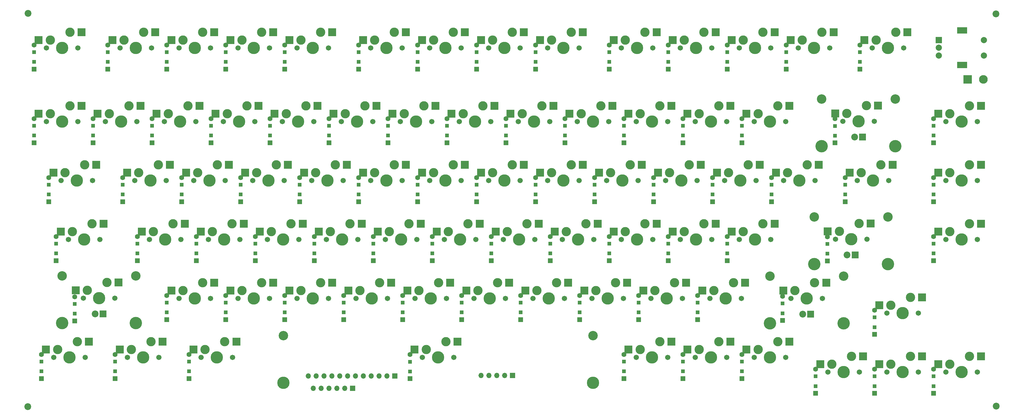
<source format=gbr>
G04 #@! TF.GenerationSoftware,KiCad,Pcbnew,7.0.1*
G04 #@! TF.CreationDate,2023-04-17T11:26:59-07:00*
G04 #@! TF.ProjectId,_autosave-keyboard,5f617574-6f73-4617-9665-2d6b6579626f,rev?*
G04 #@! TF.SameCoordinates,Original*
G04 #@! TF.FileFunction,Soldermask,Bot*
G04 #@! TF.FilePolarity,Negative*
%FSLAX46Y46*%
G04 Gerber Fmt 4.6, Leading zero omitted, Abs format (unit mm)*
G04 Created by KiCad (PCBNEW 7.0.1) date 2023-04-17 11:26:59*
%MOMM*%
%LPD*%
G01*
G04 APERTURE LIST*
%ADD10C,1.701800*%
%ADD11C,3.000000*%
%ADD12C,3.987800*%
%ADD13R,1.200000X1.200000*%
%ADD14R,1.600000X1.600000*%
%ADD15R,2.550000X2.500000*%
%ADD16C,1.600000*%
%ADD17C,2.200000*%
%ADD18R,1.700000X1.700000*%
%ADD19O,1.700000X1.700000*%
%ADD20C,3.050000*%
%ADD21C,4.000000*%
%ADD22R,2.200000X2.200000*%
%ADD23C,3.048000*%
%ADD24R,2.000000X2.000000*%
%ADD25C,2.000000*%
%ADD26R,3.200000X2.000000*%
%ADD27R,2.800000X2.800000*%
%ADD28O,2.800000X2.800000*%
G04 APERTURE END LIST*
D10*
X211430000Y-239030000D03*
D11*
X212700000Y-236490000D03*
D12*
X216510000Y-239030000D03*
D11*
X219050000Y-233950000D03*
D10*
X221590000Y-239030000D03*
D13*
X207490000Y-243570000D03*
D14*
X207490000Y-245895000D03*
D15*
X222800000Y-233950000D03*
D16*
X207490000Y-238095000D03*
D13*
X207490000Y-240420000D03*
D15*
X208950000Y-236490000D03*
D10*
X192380000Y-158067500D03*
D11*
X193650000Y-155527500D03*
D12*
X197460000Y-158067500D03*
D11*
X200000000Y-152987500D03*
D10*
X202540000Y-158067500D03*
D13*
X188440000Y-162607500D03*
D14*
X188440000Y-164932500D03*
D15*
X203750000Y-152987500D03*
D16*
X188440000Y-157132500D03*
D13*
X188440000Y-159457500D03*
D15*
X189900000Y-155527500D03*
D10*
X230480000Y-239030000D03*
D11*
X231750000Y-236490000D03*
D12*
X235560000Y-239030000D03*
D11*
X238100000Y-233950000D03*
D10*
X240640000Y-239030000D03*
D13*
X226540000Y-243570000D03*
D14*
X226540000Y-245895000D03*
D15*
X241850000Y-233950000D03*
D16*
X226540000Y-238095000D03*
D13*
X226540000Y-240420000D03*
D15*
X228000000Y-236490000D03*
D10*
X340017500Y-258080000D03*
D11*
X341287500Y-255540000D03*
D12*
X345097500Y-258080000D03*
D11*
X347637500Y-253000000D03*
D10*
X350177500Y-258080000D03*
D13*
X336077500Y-262620000D03*
D14*
X336077500Y-264945000D03*
D15*
X351387500Y-253000000D03*
D16*
X336077500Y-257145000D03*
D13*
X336077500Y-259470000D03*
D15*
X337537500Y-255540000D03*
D10*
X354305000Y-158067500D03*
D11*
X355575000Y-155527500D03*
D12*
X359385000Y-158067500D03*
D11*
X361925000Y-152987500D03*
D10*
X364465000Y-158067500D03*
D13*
X350365000Y-162607500D03*
D14*
X350365000Y-164932500D03*
D15*
X365675000Y-152987500D03*
D16*
X350365000Y-157132500D03*
D13*
X350365000Y-159457500D03*
D15*
X351825000Y-155527500D03*
D10*
X311442500Y-200930000D03*
D11*
X312712500Y-198390000D03*
D12*
X316522500Y-200930000D03*
D11*
X319062500Y-195850000D03*
D10*
X321602500Y-200930000D03*
D13*
X307502500Y-205470000D03*
D14*
X307502500Y-207795000D03*
D15*
X322812500Y-195850000D03*
D16*
X307502500Y-199995000D03*
D13*
X307502500Y-202320000D03*
D15*
X308962500Y-198390000D03*
D10*
X440030000Y-219980000D03*
D11*
X441300000Y-217440000D03*
D12*
X445110000Y-219980000D03*
D11*
X447650000Y-214900000D03*
D10*
X450190000Y-219980000D03*
D13*
X436090000Y-224520000D03*
D14*
X436090000Y-226845000D03*
D15*
X451400000Y-214900000D03*
D16*
X436090000Y-219045000D03*
D13*
X436090000Y-221370000D03*
D15*
X437550000Y-217440000D03*
D17*
X456310000Y-273870000D03*
D10*
X378117500Y-181880000D03*
D11*
X379387500Y-179340000D03*
D12*
X383197500Y-181880000D03*
D11*
X385737500Y-176800000D03*
D10*
X388277500Y-181880000D03*
D13*
X374177500Y-186420000D03*
D14*
X374177500Y-188745000D03*
D15*
X389487500Y-176800000D03*
D16*
X374177500Y-180945000D03*
D13*
X374177500Y-183270000D03*
D15*
X375637500Y-179340000D03*
D10*
X344780000Y-239030000D03*
D11*
X346050000Y-236490000D03*
D12*
X349860000Y-239030000D03*
D11*
X352400000Y-233950000D03*
D10*
X354940000Y-239030000D03*
D13*
X340840000Y-243570000D03*
D14*
X340840000Y-245895000D03*
D15*
X356150000Y-233950000D03*
D16*
X340840000Y-238095000D03*
D13*
X340840000Y-240420000D03*
D15*
X342300000Y-236490000D03*
D18*
X262080000Y-264100000D03*
D19*
X259540000Y-264100000D03*
X257000000Y-264100000D03*
X254460000Y-264100000D03*
X251920000Y-264100000D03*
X249380000Y-264100000D03*
X246840000Y-264100000D03*
X244300000Y-264100000D03*
X241760000Y-264100000D03*
X239220000Y-264100000D03*
X236680000Y-264100000D03*
X234140000Y-264100000D03*
D10*
X363830000Y-239030000D03*
D11*
X365100000Y-236490000D03*
D12*
X368910000Y-239030000D03*
D11*
X371450000Y-233950000D03*
D10*
X373990000Y-239030000D03*
D13*
X359890000Y-243570000D03*
D14*
X359890000Y-245895000D03*
D15*
X375200000Y-233950000D03*
D16*
X359890000Y-238095000D03*
D13*
X359890000Y-240420000D03*
D15*
X361350000Y-236490000D03*
D10*
X178092500Y-200930000D03*
D11*
X179362500Y-198390000D03*
D12*
X183172500Y-200930000D03*
D11*
X185712500Y-195850000D03*
D10*
X188252500Y-200930000D03*
D13*
X174152500Y-205470000D03*
D14*
X174152500Y-207795000D03*
D15*
X189462500Y-195850000D03*
D16*
X174152500Y-199995000D03*
D13*
X174152500Y-202320000D03*
D15*
X175612500Y-198390000D03*
D10*
X411455000Y-200930000D03*
D11*
X412725000Y-198390000D03*
D12*
X416535000Y-200930000D03*
D11*
X419075000Y-195850000D03*
D10*
X421615000Y-200930000D03*
D13*
X407515000Y-205470000D03*
D14*
X407515000Y-207795000D03*
D15*
X422825000Y-195850000D03*
D16*
X407515000Y-199995000D03*
D13*
X407515000Y-202320000D03*
D15*
X408975000Y-198390000D03*
D10*
X156661250Y-219980000D03*
D11*
X157931250Y-217440000D03*
D12*
X161741250Y-219980000D03*
D11*
X164281250Y-214900000D03*
D10*
X166821250Y-219980000D03*
D13*
X152721250Y-224520000D03*
D14*
X152721250Y-226845000D03*
D15*
X168031250Y-214900000D03*
D16*
X152721250Y-219045000D03*
D13*
X152721250Y-221370000D03*
D15*
X154181250Y-217440000D03*
D10*
X325730000Y-239030000D03*
D11*
X327000000Y-236490000D03*
D12*
X330810000Y-239030000D03*
D11*
X333350000Y-233950000D03*
D10*
X335890000Y-239030000D03*
D13*
X321790000Y-243570000D03*
D14*
X321790000Y-245895000D03*
D15*
X337100000Y-233950000D03*
D16*
X321790000Y-238095000D03*
D13*
X321790000Y-240420000D03*
D15*
X323250000Y-236490000D03*
D10*
X335255000Y-219980000D03*
D11*
X336525000Y-217440000D03*
D12*
X340335000Y-219980000D03*
D11*
X342875000Y-214900000D03*
D10*
X345415000Y-219980000D03*
D13*
X331315000Y-224520000D03*
D14*
X331315000Y-226845000D03*
D15*
X346625000Y-214900000D03*
D16*
X331315000Y-219045000D03*
D13*
X331315000Y-221370000D03*
D15*
X332775000Y-217440000D03*
D10*
X268580000Y-239030000D03*
D11*
X269850000Y-236490000D03*
D12*
X273660000Y-239030000D03*
D11*
X276200000Y-233950000D03*
D10*
X278740000Y-239030000D03*
D13*
X264640000Y-243570000D03*
D14*
X264640000Y-245895000D03*
D15*
X279950000Y-233950000D03*
D16*
X264640000Y-238095000D03*
D13*
X264640000Y-240420000D03*
D15*
X266100000Y-236490000D03*
D10*
X249530000Y-239030000D03*
D11*
X250800000Y-236490000D03*
D12*
X254610000Y-239030000D03*
D11*
X257150000Y-233950000D03*
D10*
X259690000Y-239030000D03*
D13*
X245590000Y-243570000D03*
D14*
X245590000Y-245895000D03*
D15*
X260900000Y-233950000D03*
D16*
X245590000Y-238095000D03*
D13*
X245590000Y-240420000D03*
D15*
X247050000Y-236490000D03*
D10*
X335255000Y-158067500D03*
D11*
X336525000Y-155527500D03*
D12*
X340335000Y-158067500D03*
D11*
X342875000Y-152987500D03*
D10*
X345415000Y-158067500D03*
D13*
X331315000Y-162607500D03*
D14*
X331315000Y-164932500D03*
D15*
X346625000Y-152987500D03*
D16*
X331315000Y-157132500D03*
D13*
X331315000Y-159457500D03*
D15*
X332775000Y-155527500D03*
D20*
X383197500Y-231840000D03*
D21*
X383197500Y-247080000D03*
D10*
X390030300Y-239028200D03*
D11*
X391300300Y-236488200D03*
D12*
X395110300Y-239028200D03*
D11*
X397650300Y-233948200D03*
D10*
X400190300Y-239028200D03*
D20*
X406997500Y-231840000D03*
D21*
X406997500Y-247080000D03*
D15*
X401400300Y-233948200D03*
X387550300Y-236488200D03*
D17*
X393814900Y-244133600D03*
D22*
X396380300Y-244133600D03*
D10*
X401930000Y-262842500D03*
D11*
X403200000Y-260302500D03*
D12*
X407010000Y-262842500D03*
D11*
X409550000Y-257762500D03*
D10*
X412090000Y-262842500D03*
D13*
X397990000Y-267382500D03*
D14*
X397990000Y-269707500D03*
D15*
X413300000Y-257762500D03*
D16*
X397990000Y-261907500D03*
D13*
X397990000Y-264232500D03*
D15*
X399450000Y-260302500D03*
D10*
X187617500Y-181880000D03*
D11*
X188887500Y-179340000D03*
D12*
X192697500Y-181880000D03*
D11*
X195237500Y-176800000D03*
D10*
X197777500Y-181880000D03*
D13*
X183677500Y-186420000D03*
D14*
X183677500Y-188745000D03*
D15*
X198987500Y-176800000D03*
D16*
X183677500Y-180945000D03*
D13*
X183677500Y-183270000D03*
D15*
X185137500Y-179340000D03*
D10*
X320967500Y-181880000D03*
D11*
X322237500Y-179340000D03*
D12*
X326047500Y-181880000D03*
D11*
X328587500Y-176800000D03*
D10*
X331127500Y-181880000D03*
D13*
X317027500Y-186420000D03*
D14*
X317027500Y-188745000D03*
D15*
X332337500Y-176800000D03*
D16*
X317027500Y-180945000D03*
D13*
X317027500Y-183270000D03*
D15*
X318487500Y-179340000D03*
D10*
X287630000Y-239030000D03*
D11*
X288900000Y-236490000D03*
D12*
X292710000Y-239030000D03*
D11*
X295250000Y-233950000D03*
D10*
X297790000Y-239030000D03*
D13*
X283690000Y-243570000D03*
D14*
X283690000Y-245895000D03*
D15*
X299000000Y-233950000D03*
D16*
X283690000Y-238095000D03*
D13*
X283690000Y-240420000D03*
D15*
X285150000Y-236490000D03*
D10*
X330492500Y-200930000D03*
D11*
X331762500Y-198390000D03*
D12*
X335572500Y-200930000D03*
D11*
X338112500Y-195850000D03*
D10*
X340652500Y-200930000D03*
D13*
X326552500Y-205470000D03*
D14*
X326552500Y-207795000D03*
D15*
X341862500Y-195850000D03*
D16*
X326552500Y-199995000D03*
D13*
X326552500Y-202320000D03*
D15*
X328012500Y-198390000D03*
D17*
X143540000Y-274000000D03*
D10*
X263817500Y-181880000D03*
D11*
X265087500Y-179340000D03*
D12*
X268897500Y-181880000D03*
D11*
X271437500Y-176800000D03*
D10*
X273977500Y-181880000D03*
D13*
X259877500Y-186420000D03*
D14*
X259877500Y-188745000D03*
D15*
X275187500Y-176800000D03*
D16*
X259877500Y-180945000D03*
D13*
X259877500Y-183270000D03*
D15*
X261337500Y-179340000D03*
D10*
X373355000Y-158067500D03*
D11*
X374625000Y-155527500D03*
D12*
X378435000Y-158067500D03*
D11*
X380975000Y-152987500D03*
D10*
X383515000Y-158067500D03*
D13*
X369415000Y-162607500D03*
D14*
X369415000Y-164932500D03*
D15*
X384725000Y-152987500D03*
D16*
X369415000Y-157132500D03*
D13*
X369415000Y-159457500D03*
D15*
X370875000Y-155527500D03*
D10*
X378117500Y-258080000D03*
D11*
X379387500Y-255540000D03*
D12*
X383197500Y-258080000D03*
D11*
X385737500Y-253000000D03*
D10*
X388277500Y-258080000D03*
D13*
X374177500Y-262620000D03*
D14*
X374177500Y-264945000D03*
D15*
X389487500Y-253000000D03*
D16*
X374177500Y-257145000D03*
D13*
X374177500Y-259470000D03*
D15*
X375637500Y-255540000D03*
D10*
X206667500Y-181880000D03*
D11*
X207937500Y-179340000D03*
D12*
X211747500Y-181880000D03*
D11*
X214287500Y-176800000D03*
D10*
X216827500Y-181880000D03*
D13*
X202727500Y-186420000D03*
D14*
X202727500Y-188745000D03*
D15*
X218037500Y-176800000D03*
D16*
X202727500Y-180945000D03*
D13*
X202727500Y-183270000D03*
D15*
X204187500Y-179340000D03*
D10*
X197142500Y-200930000D03*
D11*
X198412500Y-198390000D03*
D12*
X202222500Y-200930000D03*
D11*
X204762500Y-195850000D03*
D10*
X207302500Y-200930000D03*
D13*
X193202500Y-205470000D03*
D14*
X193202500Y-207795000D03*
D15*
X208512500Y-195850000D03*
D16*
X193202500Y-199995000D03*
D13*
X193202500Y-202320000D03*
D15*
X194662500Y-198390000D03*
D10*
X368592500Y-200930000D03*
D11*
X369862500Y-198390000D03*
D12*
X373672500Y-200930000D03*
D11*
X376212500Y-195850000D03*
D10*
X378752500Y-200930000D03*
D13*
X364652500Y-205470000D03*
D14*
X364652500Y-207795000D03*
D15*
X379962500Y-195850000D03*
D16*
X364652500Y-199995000D03*
D13*
X364652500Y-202320000D03*
D15*
X366112500Y-198390000D03*
D10*
X420980000Y-262842500D03*
D11*
X422250000Y-260302500D03*
D12*
X426060000Y-262842500D03*
D11*
X428600000Y-257762500D03*
D10*
X431140000Y-262842500D03*
D13*
X417040000Y-267382500D03*
D14*
X417040000Y-269707500D03*
D15*
X432350000Y-257762500D03*
D16*
X417040000Y-261907500D03*
D13*
X417040000Y-264232500D03*
D15*
X418500000Y-260302500D03*
D10*
X306680000Y-239030000D03*
D11*
X307950000Y-236490000D03*
D12*
X311760000Y-239030000D03*
D11*
X314300000Y-233950000D03*
D10*
X316840000Y-239030000D03*
D13*
X302740000Y-243570000D03*
D14*
X302740000Y-245895000D03*
D15*
X318050000Y-233950000D03*
D16*
X302740000Y-238095000D03*
D13*
X302740000Y-240420000D03*
D15*
X304200000Y-236490000D03*
D10*
X440030000Y-262842500D03*
D11*
X441300000Y-260302500D03*
D12*
X445110000Y-262842500D03*
D11*
X447650000Y-257762500D03*
D10*
X450190000Y-262842500D03*
D13*
X436090000Y-267382500D03*
D14*
X436090000Y-269707500D03*
D15*
X451400000Y-257762500D03*
D16*
X436090000Y-261907500D03*
D13*
X436090000Y-264232500D03*
D15*
X437550000Y-260302500D03*
D10*
X230480000Y-158067500D03*
D11*
X231750000Y-155527500D03*
D12*
X235560000Y-158067500D03*
D11*
X238100000Y-152987500D03*
D10*
X240640000Y-158067500D03*
D13*
X226540000Y-162607500D03*
D14*
X226540000Y-164932500D03*
D15*
X241850000Y-152987500D03*
D16*
X226540000Y-157132500D03*
D13*
X226540000Y-159457500D03*
D15*
X228000000Y-155527500D03*
D23*
X226095000Y-251035000D03*
D12*
X226095000Y-266275000D03*
D23*
X326107500Y-251035000D03*
D12*
X326107500Y-266275000D03*
D10*
X149517500Y-181880000D03*
D11*
X150787500Y-179340000D03*
D12*
X154597500Y-181880000D03*
D11*
X157137500Y-176800000D03*
D10*
X159677500Y-181880000D03*
D13*
X145577500Y-186420000D03*
D14*
X145577500Y-188745000D03*
D15*
X160887500Y-176800000D03*
D16*
X145577500Y-180945000D03*
D13*
X145577500Y-183270000D03*
D15*
X147037500Y-179340000D03*
D10*
X216192500Y-200930000D03*
D11*
X217462500Y-198390000D03*
D12*
X221272500Y-200930000D03*
D11*
X223812500Y-195850000D03*
D10*
X226352500Y-200930000D03*
D13*
X212252500Y-205470000D03*
D14*
X212252500Y-207795000D03*
D15*
X227562500Y-195850000D03*
D16*
X212252500Y-199995000D03*
D13*
X212252500Y-202320000D03*
D15*
X213712500Y-198390000D03*
D10*
X168567500Y-181880000D03*
D11*
X169837500Y-179340000D03*
D12*
X173647500Y-181880000D03*
D11*
X176187500Y-176800000D03*
D10*
X178727500Y-181880000D03*
D13*
X164627500Y-186420000D03*
D14*
X164627500Y-188745000D03*
D15*
X179937500Y-176800000D03*
D16*
X164627500Y-180945000D03*
D13*
X164627500Y-183270000D03*
D15*
X166087500Y-179340000D03*
D10*
X354305000Y-219980000D03*
D11*
X355575000Y-217440000D03*
D12*
X359385000Y-219980000D03*
D11*
X361925000Y-214900000D03*
D10*
X364465000Y-219980000D03*
D13*
X350365000Y-224520000D03*
D14*
X350365000Y-226845000D03*
D15*
X365675000Y-214900000D03*
D16*
X350365000Y-219045000D03*
D13*
X350365000Y-221370000D03*
D15*
X351825000Y-217440000D03*
D10*
X278105000Y-219980000D03*
D11*
X279375000Y-217440000D03*
D12*
X283185000Y-219980000D03*
D11*
X285725000Y-214900000D03*
D10*
X288265000Y-219980000D03*
D13*
X274165000Y-224520000D03*
D14*
X274165000Y-226845000D03*
D15*
X289475000Y-214900000D03*
D16*
X274165000Y-219045000D03*
D13*
X274165000Y-221370000D03*
D15*
X275625000Y-217440000D03*
D10*
X254292500Y-158067500D03*
D11*
X255562500Y-155527500D03*
D12*
X259372500Y-158067500D03*
D11*
X261912500Y-152987500D03*
D10*
X264452500Y-158067500D03*
D13*
X250352500Y-162607500D03*
D14*
X250352500Y-164932500D03*
D15*
X265662500Y-152987500D03*
D16*
X250352500Y-157132500D03*
D13*
X250352500Y-159457500D03*
D15*
X251812500Y-155527500D03*
D10*
X254292500Y-200930000D03*
D11*
X255562500Y-198390000D03*
D12*
X259372500Y-200930000D03*
D11*
X261912500Y-195850000D03*
D10*
X264452500Y-200930000D03*
D13*
X250352500Y-205470000D03*
D14*
X250352500Y-207795000D03*
D15*
X265662500Y-195850000D03*
D16*
X250352500Y-199995000D03*
D13*
X250352500Y-202320000D03*
D15*
X251812500Y-198390000D03*
D10*
X244767500Y-181880000D03*
D11*
X246037500Y-179340000D03*
D12*
X249847500Y-181880000D03*
D11*
X252387500Y-176800000D03*
D10*
X254927500Y-181880000D03*
D13*
X240827500Y-186420000D03*
D14*
X240827500Y-188745000D03*
D15*
X256137500Y-176800000D03*
D16*
X240827500Y-180945000D03*
D13*
X240827500Y-183270000D03*
D15*
X242287500Y-179340000D03*
D10*
X182855000Y-219980000D03*
D11*
X184125000Y-217440000D03*
D12*
X187935000Y-219980000D03*
D11*
X190475000Y-214900000D03*
D10*
X193015000Y-219980000D03*
D13*
X178915000Y-224520000D03*
D14*
X178915000Y-226845000D03*
D15*
X194225000Y-214900000D03*
D16*
X178915000Y-219045000D03*
D13*
X178915000Y-221370000D03*
D15*
X180375000Y-217440000D03*
D10*
X175711250Y-258080000D03*
D11*
X176981250Y-255540000D03*
D12*
X180791250Y-258080000D03*
D11*
X183331250Y-253000000D03*
D10*
X185871250Y-258080000D03*
D13*
X171771250Y-262620000D03*
D14*
X171771250Y-264945000D03*
D15*
X187081250Y-253000000D03*
D16*
X171771250Y-257145000D03*
D13*
X171771250Y-259470000D03*
D15*
X173231250Y-255540000D03*
D10*
X392405000Y-158067500D03*
D11*
X393675000Y-155527500D03*
D12*
X397485000Y-158067500D03*
D11*
X400025000Y-152987500D03*
D10*
X402565000Y-158067500D03*
D13*
X388465000Y-162607500D03*
D14*
X388465000Y-164932500D03*
D15*
X403775000Y-152987500D03*
D16*
X388465000Y-157132500D03*
D13*
X388465000Y-159457500D03*
D15*
X389925000Y-155527500D03*
D24*
X437780000Y-155550000D03*
D25*
X437780000Y-160550000D03*
X437780000Y-158050000D03*
D26*
X445280000Y-152450000D03*
X445280000Y-163650000D03*
D25*
X452280000Y-160550000D03*
X452280000Y-155550000D03*
D10*
X173330000Y-158067500D03*
D11*
X174600000Y-155527500D03*
D12*
X178410000Y-158067500D03*
D11*
X180950000Y-152987500D03*
D10*
X183490000Y-158067500D03*
D13*
X169390000Y-162607500D03*
D14*
X169390000Y-164932500D03*
D15*
X184700000Y-152987500D03*
D16*
X169390000Y-157132500D03*
D13*
X169390000Y-159457500D03*
D15*
X170850000Y-155527500D03*
D10*
X220955000Y-219980000D03*
D11*
X222225000Y-217440000D03*
D12*
X226035000Y-219980000D03*
D11*
X228575000Y-214900000D03*
D10*
X231115000Y-219980000D03*
D13*
X217015000Y-224520000D03*
D14*
X217015000Y-226845000D03*
D15*
X232325000Y-214900000D03*
D16*
X217015000Y-219045000D03*
D13*
X217015000Y-221370000D03*
D15*
X218475000Y-217440000D03*
D20*
X154650950Y-231781800D03*
D21*
X154650950Y-247021800D03*
D10*
X161483750Y-238970000D03*
D11*
X162753750Y-236430000D03*
D12*
X166563750Y-238970000D03*
D11*
X169103750Y-233890000D03*
D10*
X171643750Y-238970000D03*
D20*
X178450950Y-231781800D03*
D21*
X178450950Y-247021800D03*
D15*
X172853750Y-233890000D03*
X159003750Y-236430000D03*
D17*
X165268350Y-244075400D03*
D22*
X167833750Y-244075400D03*
D10*
X273342500Y-158067500D03*
D11*
X274612500Y-155527500D03*
D12*
X278422500Y-158067500D03*
D11*
X280962500Y-152987500D03*
D10*
X283502500Y-158067500D03*
D13*
X269402500Y-162607500D03*
D14*
X269402500Y-164932500D03*
D15*
X284712500Y-152987500D03*
D16*
X269402500Y-157132500D03*
D13*
X269402500Y-159457500D03*
D15*
X270862500Y-155527500D03*
D10*
X416217500Y-158067500D03*
D11*
X417487500Y-155527500D03*
D12*
X421297500Y-158067500D03*
D11*
X423837500Y-152987500D03*
D10*
X426377500Y-158067500D03*
D13*
X412277500Y-162607500D03*
D14*
X412277500Y-164932500D03*
D15*
X427587500Y-152987500D03*
D16*
X412277500Y-157132500D03*
D13*
X412277500Y-159457500D03*
D15*
X413737500Y-155527500D03*
D17*
X456200000Y-147090000D03*
D10*
X211430000Y-158067500D03*
D11*
X212700000Y-155527500D03*
D12*
X216510000Y-158067500D03*
D11*
X219050000Y-152987500D03*
D10*
X221590000Y-158067500D03*
D13*
X207490000Y-162607500D03*
D14*
X207490000Y-164932500D03*
D15*
X222800000Y-152987500D03*
D16*
X207490000Y-157132500D03*
D13*
X207490000Y-159457500D03*
D15*
X208950000Y-155527500D03*
D10*
X154280000Y-200930000D03*
D11*
X155550000Y-198390000D03*
D12*
X159360000Y-200930000D03*
D11*
X161900000Y-195850000D03*
D10*
X164440000Y-200930000D03*
D13*
X150340000Y-205470000D03*
D14*
X150340000Y-207795000D03*
D15*
X165650000Y-195850000D03*
D16*
X150340000Y-199995000D03*
D13*
X150340000Y-202320000D03*
D15*
X151800000Y-198390000D03*
D10*
X359067500Y-258080000D03*
D11*
X360337500Y-255540000D03*
D12*
X364147500Y-258080000D03*
D11*
X366687500Y-253000000D03*
D10*
X369227500Y-258080000D03*
D13*
X355127500Y-262620000D03*
D14*
X355127500Y-264945000D03*
D15*
X370437500Y-253000000D03*
D16*
X355127500Y-257145000D03*
D13*
X355127500Y-259470000D03*
D15*
X356587500Y-255540000D03*
D10*
X316205000Y-219980000D03*
D11*
X317475000Y-217440000D03*
D12*
X321285000Y-219980000D03*
D11*
X323825000Y-214900000D03*
D10*
X326365000Y-219980000D03*
D13*
X312265000Y-224520000D03*
D14*
X312265000Y-226845000D03*
D15*
X327575000Y-214900000D03*
D16*
X312265000Y-219045000D03*
D13*
X312265000Y-221370000D03*
D15*
X313725000Y-217440000D03*
D10*
X440030000Y-200930000D03*
D11*
X441300000Y-198390000D03*
D12*
X445110000Y-200930000D03*
D11*
X447650000Y-195850000D03*
D10*
X450190000Y-200930000D03*
D13*
X436090000Y-205470000D03*
D14*
X436090000Y-207795000D03*
D15*
X451400000Y-195850000D03*
D16*
X436090000Y-199995000D03*
D13*
X436090000Y-202320000D03*
D15*
X437550000Y-198390000D03*
D10*
X349542500Y-200930000D03*
D11*
X350812500Y-198390000D03*
D12*
X354622500Y-200930000D03*
D11*
X357162500Y-195850000D03*
D10*
X359702500Y-200930000D03*
D13*
X345602500Y-205470000D03*
D14*
X345602500Y-207795000D03*
D15*
X360912500Y-195850000D03*
D16*
X345602500Y-199995000D03*
D13*
X345602500Y-202320000D03*
D15*
X347062500Y-198390000D03*
D10*
X282867500Y-181880000D03*
D11*
X284137500Y-179340000D03*
D12*
X287947500Y-181880000D03*
D11*
X290487500Y-176800000D03*
D10*
X293027500Y-181880000D03*
D13*
X278927500Y-186420000D03*
D14*
X278927500Y-188745000D03*
D15*
X294237500Y-176800000D03*
D16*
X278927500Y-180945000D03*
D13*
X278927500Y-183270000D03*
D15*
X280387500Y-179340000D03*
D10*
X270930000Y-258120000D03*
D11*
X272200000Y-255580000D03*
D12*
X276010000Y-258120000D03*
D11*
X278550000Y-253040000D03*
D10*
X281090000Y-258120000D03*
D13*
X266990000Y-262660000D03*
D14*
X266990000Y-264985000D03*
D15*
X282300000Y-253040000D03*
D16*
X266990000Y-257185000D03*
D13*
X266990000Y-259510000D03*
D15*
X268450000Y-255580000D03*
D20*
X399919700Y-174631800D03*
D21*
X399919700Y-189871800D03*
D10*
X406752500Y-181820000D03*
D11*
X408022500Y-179280000D03*
D12*
X411832500Y-181820000D03*
D11*
X414372500Y-176740000D03*
D10*
X416912500Y-181820000D03*
D20*
X423719700Y-174631800D03*
D21*
X423719700Y-189871800D03*
D15*
X418122500Y-176740000D03*
X404272500Y-179280000D03*
D17*
X410537100Y-186925400D03*
D22*
X413102500Y-186925400D03*
D10*
X297155000Y-219980000D03*
D11*
X298425000Y-217440000D03*
D12*
X302235000Y-219980000D03*
D11*
X304775000Y-214900000D03*
D10*
X307315000Y-219980000D03*
D13*
X293215000Y-224520000D03*
D14*
X293215000Y-226845000D03*
D15*
X308525000Y-214900000D03*
D16*
X293215000Y-219045000D03*
D13*
X293215000Y-221370000D03*
D15*
X294675000Y-217440000D03*
D10*
X340017500Y-181880000D03*
D11*
X341287500Y-179340000D03*
D12*
X345097500Y-181880000D03*
D11*
X347637500Y-176800000D03*
D10*
X350177500Y-181880000D03*
D13*
X336077500Y-186420000D03*
D14*
X336077500Y-188745000D03*
D15*
X351387500Y-176800000D03*
D16*
X336077500Y-180945000D03*
D13*
X336077500Y-183270000D03*
D15*
X337537500Y-179340000D03*
D10*
X373355000Y-219980000D03*
D11*
X374625000Y-217440000D03*
D12*
X378435000Y-219980000D03*
D11*
X380975000Y-214900000D03*
D10*
X383515000Y-219980000D03*
D13*
X369415000Y-224520000D03*
D14*
X369415000Y-226845000D03*
D15*
X384725000Y-214900000D03*
D16*
X369415000Y-219045000D03*
D13*
X369415000Y-221370000D03*
D15*
X370875000Y-217440000D03*
D10*
X359067500Y-181880000D03*
D11*
X360337500Y-179340000D03*
D12*
X364147500Y-181880000D03*
D11*
X366687500Y-176800000D03*
D10*
X369227500Y-181880000D03*
D13*
X355127500Y-186420000D03*
D14*
X355127500Y-188745000D03*
D15*
X370437500Y-176800000D03*
D16*
X355127500Y-180945000D03*
D13*
X355127500Y-183270000D03*
D15*
X356587500Y-179340000D03*
D27*
X447060000Y-168280000D03*
D28*
X452140000Y-168280000D03*
D10*
X292392500Y-200930000D03*
D11*
X293662500Y-198390000D03*
D12*
X297472500Y-200930000D03*
D11*
X300012500Y-195850000D03*
D10*
X302552500Y-200930000D03*
D13*
X288452500Y-205470000D03*
D14*
X288452500Y-207795000D03*
D15*
X303762500Y-195850000D03*
D16*
X288452500Y-199995000D03*
D13*
X288452500Y-202320000D03*
D15*
X289912500Y-198390000D03*
D10*
X151898750Y-258080000D03*
D11*
X153168750Y-255540000D03*
D12*
X156978750Y-258080000D03*
D11*
X159518750Y-253000000D03*
D10*
X162058750Y-258080000D03*
D13*
X147958750Y-262620000D03*
D14*
X147958750Y-264945000D03*
D15*
X163268750Y-253000000D03*
D16*
X147958750Y-257145000D03*
D13*
X147958750Y-259470000D03*
D15*
X149418750Y-255540000D03*
D10*
X420980000Y-243792500D03*
D11*
X422250000Y-241252500D03*
D12*
X426060000Y-243792500D03*
D11*
X428600000Y-238712500D03*
D10*
X431140000Y-243792500D03*
D13*
X417040000Y-248332500D03*
D14*
X417040000Y-250657500D03*
D15*
X432350000Y-238712500D03*
D16*
X417040000Y-242857500D03*
D13*
X417040000Y-245182500D03*
D15*
X418500000Y-241252500D03*
D10*
X199523750Y-258080000D03*
D11*
X200793750Y-255540000D03*
D12*
X204603750Y-258080000D03*
D11*
X207143750Y-253000000D03*
D10*
X209683750Y-258080000D03*
D13*
X195583750Y-262620000D03*
D14*
X195583750Y-264945000D03*
D15*
X210893750Y-253000000D03*
D16*
X195583750Y-257145000D03*
D13*
X195583750Y-259470000D03*
D15*
X197043750Y-255540000D03*
D17*
X143620000Y-146950000D03*
D10*
X259055000Y-219980000D03*
D11*
X260325000Y-217440000D03*
D12*
X264135000Y-219980000D03*
D11*
X266675000Y-214900000D03*
D10*
X269215000Y-219980000D03*
D13*
X255115000Y-224520000D03*
D14*
X255115000Y-226845000D03*
D15*
X270425000Y-214900000D03*
D16*
X255115000Y-219045000D03*
D13*
X255115000Y-221370000D03*
D15*
X256575000Y-217440000D03*
D10*
X301917500Y-181880000D03*
D11*
X303187500Y-179340000D03*
D12*
X306997500Y-181880000D03*
D11*
X309537500Y-176800000D03*
D10*
X312077500Y-181880000D03*
D13*
X297977500Y-186420000D03*
D14*
X297977500Y-188745000D03*
D15*
X313287500Y-176800000D03*
D16*
X297977500Y-180945000D03*
D13*
X297977500Y-183270000D03*
D15*
X299437500Y-179340000D03*
D10*
X273342500Y-200930000D03*
D11*
X274612500Y-198390000D03*
D12*
X278422500Y-200930000D03*
D11*
X280962500Y-195850000D03*
D10*
X283502500Y-200930000D03*
D13*
X269402500Y-205470000D03*
D14*
X269402500Y-207795000D03*
D15*
X284712500Y-195850000D03*
D16*
X269402500Y-199995000D03*
D13*
X269402500Y-202320000D03*
D15*
X270862500Y-198390000D03*
D18*
X248450000Y-268110000D03*
D19*
X245910000Y-268110000D03*
X243370000Y-268110000D03*
X240830000Y-268110000D03*
X238290000Y-268110000D03*
X235750000Y-268110000D03*
D18*
X300090000Y-263960000D03*
D19*
X297550000Y-263960000D03*
X295010000Y-263960000D03*
X292470000Y-263960000D03*
X289930000Y-263960000D03*
D10*
X149517500Y-158067500D03*
D11*
X150787500Y-155527500D03*
D12*
X154597500Y-158067500D03*
D11*
X157137500Y-152987500D03*
D10*
X159677500Y-158067500D03*
D13*
X145577500Y-162607500D03*
D14*
X145577500Y-164932500D03*
D15*
X160887500Y-152987500D03*
D16*
X145577500Y-157132500D03*
D13*
X145577500Y-159457500D03*
D15*
X147037500Y-155527500D03*
D10*
X440030000Y-181880000D03*
D11*
X441300000Y-179340000D03*
D12*
X445110000Y-181880000D03*
D11*
X447650000Y-176800000D03*
D10*
X450190000Y-181880000D03*
D13*
X436090000Y-186420000D03*
D14*
X436090000Y-188745000D03*
D15*
X451400000Y-176800000D03*
D16*
X436090000Y-180945000D03*
D13*
X436090000Y-183270000D03*
D15*
X437550000Y-179340000D03*
D10*
X192380000Y-239030000D03*
D11*
X193650000Y-236490000D03*
D12*
X197460000Y-239030000D03*
D11*
X200000000Y-233950000D03*
D10*
X202540000Y-239030000D03*
D13*
X188440000Y-243570000D03*
D14*
X188440000Y-245895000D03*
D15*
X203750000Y-233950000D03*
D16*
X188440000Y-238095000D03*
D13*
X188440000Y-240420000D03*
D15*
X189900000Y-236490000D03*
D10*
X235242500Y-200930000D03*
D11*
X236512500Y-198390000D03*
D12*
X240322500Y-200930000D03*
D11*
X242862500Y-195850000D03*
D10*
X245402500Y-200930000D03*
D13*
X231302500Y-205470000D03*
D14*
X231302500Y-207795000D03*
D15*
X246612500Y-195850000D03*
D16*
X231302500Y-199995000D03*
D13*
X231302500Y-202320000D03*
D15*
X232762500Y-198390000D03*
D10*
X225717500Y-181880000D03*
D11*
X226987500Y-179340000D03*
D12*
X230797500Y-181880000D03*
D11*
X233337500Y-176800000D03*
D10*
X235877500Y-181880000D03*
D13*
X221777500Y-186420000D03*
D14*
X221777500Y-188745000D03*
D15*
X237087500Y-176800000D03*
D16*
X221777500Y-180945000D03*
D13*
X221777500Y-183270000D03*
D15*
X223237500Y-179340000D03*
D10*
X292392500Y-158067500D03*
D11*
X293662500Y-155527500D03*
D12*
X297472500Y-158067500D03*
D11*
X300012500Y-152987500D03*
D10*
X302552500Y-158067500D03*
D13*
X288452500Y-162607500D03*
D14*
X288452500Y-164932500D03*
D15*
X303762500Y-152987500D03*
D16*
X288452500Y-157132500D03*
D13*
X288452500Y-159457500D03*
D15*
X289912500Y-155527500D03*
D10*
X311442500Y-158067500D03*
D11*
X312712500Y-155527500D03*
D12*
X316522500Y-158067500D03*
D11*
X319062500Y-152987500D03*
D10*
X321602500Y-158067500D03*
D13*
X307502500Y-162607500D03*
D14*
X307502500Y-164932500D03*
D15*
X322812500Y-152987500D03*
D16*
X307502500Y-157132500D03*
D13*
X307502500Y-159457500D03*
D15*
X308962500Y-155527500D03*
D20*
X397538450Y-212731800D03*
D21*
X397538450Y-227971800D03*
D10*
X404371250Y-219920000D03*
D11*
X405641250Y-217380000D03*
D12*
X409451250Y-219920000D03*
D11*
X411991250Y-214840000D03*
D10*
X414531250Y-219920000D03*
D20*
X421338450Y-212731800D03*
D21*
X421338450Y-227971800D03*
D15*
X415741250Y-214840000D03*
X401891250Y-217380000D03*
D17*
X408155850Y-225025400D03*
D22*
X410721250Y-225025400D03*
D10*
X201905000Y-219980000D03*
D11*
X203175000Y-217440000D03*
D12*
X206985000Y-219980000D03*
D11*
X209525000Y-214900000D03*
D10*
X212065000Y-219980000D03*
D13*
X197965000Y-224520000D03*
D14*
X197965000Y-226845000D03*
D15*
X213275000Y-214900000D03*
D16*
X197965000Y-219045000D03*
D13*
X197965000Y-221370000D03*
D15*
X199425000Y-217440000D03*
D10*
X240005000Y-219980000D03*
D11*
X241275000Y-217440000D03*
D12*
X245085000Y-219980000D03*
D11*
X247625000Y-214900000D03*
D10*
X250165000Y-219980000D03*
D13*
X236065000Y-224520000D03*
D14*
X236065000Y-226845000D03*
D15*
X251375000Y-214900000D03*
D16*
X236065000Y-219045000D03*
D13*
X236065000Y-221370000D03*
D15*
X237525000Y-217440000D03*
D10*
X387642500Y-200930000D03*
D11*
X388912500Y-198390000D03*
D12*
X392722500Y-200930000D03*
D11*
X395262500Y-195850000D03*
D10*
X397802500Y-200930000D03*
D13*
X383702500Y-205470000D03*
D14*
X383702500Y-207795000D03*
D15*
X399012500Y-195850000D03*
D16*
X383702500Y-199995000D03*
D13*
X383702500Y-202320000D03*
D15*
X385162500Y-198390000D03*
D14*
X387290000Y-246160000D03*
D13*
X387290000Y-243835000D03*
X387290000Y-240685000D03*
D16*
X387290000Y-238360000D03*
D14*
X404200000Y-188770000D03*
D13*
X404200000Y-186445000D03*
X404200000Y-183295000D03*
D16*
X404200000Y-180970000D03*
D14*
X158710000Y-246320000D03*
D13*
X158710000Y-243995000D03*
X158710000Y-240845000D03*
D16*
X158710000Y-238520000D03*
D14*
X401740000Y-226930000D03*
D13*
X401740000Y-224605000D03*
X401740000Y-221455000D03*
D16*
X401740000Y-219130000D03*
M02*

</source>
